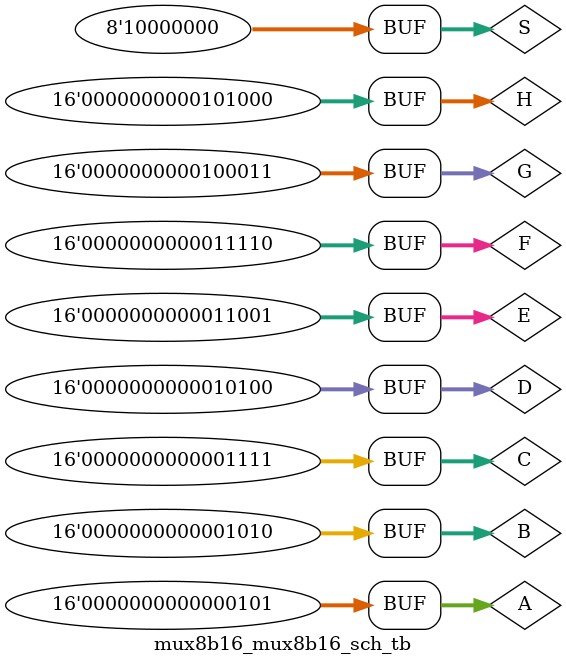
<source format=v>

`timescale 1ns / 1ps

module mux8b16_mux8b16_sch_tb();

// Inputs
   reg [7:0] S;
   reg [15:0] A;
   reg [15:0] B;
   reg [15:0] C;
   reg [15:0] D;
   reg [15:0] E;
   reg [15:0] F;
   reg [15:0] G;
   reg [15:0] H;

// Output
   wire [15:0] O;

// Bidirs

// Instantiate the UUT
   mux8b16 UUT (
		.S(S), 
		.O(O), 
		.A(A), 
		.B(B), 
		.C(C), 
		.D(D), 
		.E(E), 
		.F(F), 
		.G(G), 
		.H(H)
   );
// Initialize Inputs
      initial begin
			A = 5;
			B = 10;
			C = 15;
			D = 20;
			E = 25;
			F = 30;
			G = 35;
			H = 40;
			S = 128;
		end
endmodule

</source>
